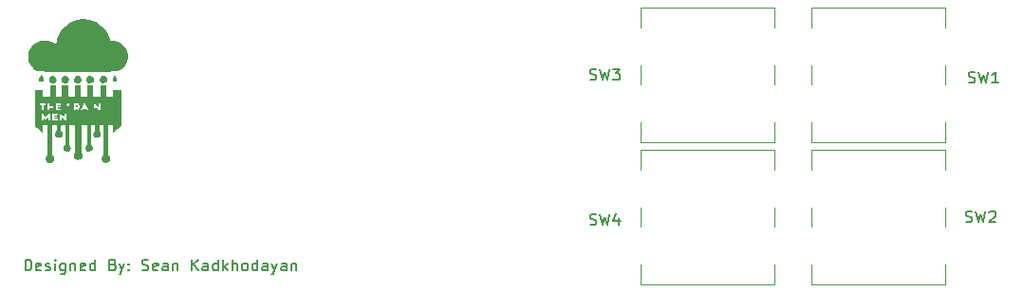
<source format=gbr>
%TF.GenerationSoftware,KiCad,Pcbnew,(6.0.9)*%
%TF.CreationDate,2023-11-02T17:09:57-06:00*%
%TF.ProjectId,MagicWand_Motherboard,4d616769-6357-4616-9e64-5f4d6f746865,rev?*%
%TF.SameCoordinates,Original*%
%TF.FileFunction,Legend,Top*%
%TF.FilePolarity,Positive*%
%FSLAX46Y46*%
G04 Gerber Fmt 4.6, Leading zero omitted, Abs format (unit mm)*
G04 Created by KiCad (PCBNEW (6.0.9)) date 2023-11-02 17:09:57*
%MOMM*%
%LPD*%
G01*
G04 APERTURE LIST*
%ADD10C,0.150000*%
%ADD11C,0.120000*%
G04 APERTURE END LIST*
D10*
X70200761Y-98242380D02*
X70200761Y-97242380D01*
X70438857Y-97242380D01*
X70581714Y-97290000D01*
X70676952Y-97385238D01*
X70724571Y-97480476D01*
X70772190Y-97670952D01*
X70772190Y-97813809D01*
X70724571Y-98004285D01*
X70676952Y-98099523D01*
X70581714Y-98194761D01*
X70438857Y-98242380D01*
X70200761Y-98242380D01*
X71581714Y-98194761D02*
X71486476Y-98242380D01*
X71295999Y-98242380D01*
X71200761Y-98194761D01*
X71153142Y-98099523D01*
X71153142Y-97718571D01*
X71200761Y-97623333D01*
X71295999Y-97575714D01*
X71486476Y-97575714D01*
X71581714Y-97623333D01*
X71629333Y-97718571D01*
X71629333Y-97813809D01*
X71153142Y-97909047D01*
X72010285Y-98194761D02*
X72105523Y-98242380D01*
X72295999Y-98242380D01*
X72391238Y-98194761D01*
X72438857Y-98099523D01*
X72438857Y-98051904D01*
X72391238Y-97956666D01*
X72295999Y-97909047D01*
X72153142Y-97909047D01*
X72057904Y-97861428D01*
X72010285Y-97766190D01*
X72010285Y-97718571D01*
X72057904Y-97623333D01*
X72153142Y-97575714D01*
X72295999Y-97575714D01*
X72391238Y-97623333D01*
X72867428Y-98242380D02*
X72867428Y-97575714D01*
X72867428Y-97242380D02*
X72819809Y-97290000D01*
X72867428Y-97337619D01*
X72915047Y-97290000D01*
X72867428Y-97242380D01*
X72867428Y-97337619D01*
X73772190Y-97575714D02*
X73772190Y-98385238D01*
X73724571Y-98480476D01*
X73676952Y-98528095D01*
X73581714Y-98575714D01*
X73438857Y-98575714D01*
X73343619Y-98528095D01*
X73772190Y-98194761D02*
X73676952Y-98242380D01*
X73486476Y-98242380D01*
X73391238Y-98194761D01*
X73343619Y-98147142D01*
X73295999Y-98051904D01*
X73295999Y-97766190D01*
X73343619Y-97670952D01*
X73391238Y-97623333D01*
X73486476Y-97575714D01*
X73676952Y-97575714D01*
X73772190Y-97623333D01*
X74248380Y-97575714D02*
X74248380Y-98242380D01*
X74248380Y-97670952D02*
X74295999Y-97623333D01*
X74391238Y-97575714D01*
X74534095Y-97575714D01*
X74629333Y-97623333D01*
X74676952Y-97718571D01*
X74676952Y-98242380D01*
X75534095Y-98194761D02*
X75438857Y-98242380D01*
X75248380Y-98242380D01*
X75153142Y-98194761D01*
X75105523Y-98099523D01*
X75105523Y-97718571D01*
X75153142Y-97623333D01*
X75248380Y-97575714D01*
X75438857Y-97575714D01*
X75534095Y-97623333D01*
X75581714Y-97718571D01*
X75581714Y-97813809D01*
X75105523Y-97909047D01*
X76438857Y-98242380D02*
X76438857Y-97242380D01*
X76438857Y-98194761D02*
X76343619Y-98242380D01*
X76153142Y-98242380D01*
X76057904Y-98194761D01*
X76010285Y-98147142D01*
X75962666Y-98051904D01*
X75962666Y-97766190D01*
X76010285Y-97670952D01*
X76057904Y-97623333D01*
X76153142Y-97575714D01*
X76343619Y-97575714D01*
X76438857Y-97623333D01*
X78010285Y-97718571D02*
X78153142Y-97766190D01*
X78200761Y-97813809D01*
X78248380Y-97909047D01*
X78248380Y-98051904D01*
X78200761Y-98147142D01*
X78153142Y-98194761D01*
X78057904Y-98242380D01*
X77676952Y-98242380D01*
X77676952Y-97242380D01*
X78010285Y-97242380D01*
X78105523Y-97290000D01*
X78153142Y-97337619D01*
X78200761Y-97432857D01*
X78200761Y-97528095D01*
X78153142Y-97623333D01*
X78105523Y-97670952D01*
X78010285Y-97718571D01*
X77676952Y-97718571D01*
X78581714Y-97575714D02*
X78819809Y-98242380D01*
X79057904Y-97575714D02*
X78819809Y-98242380D01*
X78724571Y-98480476D01*
X78676952Y-98528095D01*
X78581714Y-98575714D01*
X79438857Y-98147142D02*
X79486476Y-98194761D01*
X79438857Y-98242380D01*
X79391238Y-98194761D01*
X79438857Y-98147142D01*
X79438857Y-98242380D01*
X79438857Y-97623333D02*
X79486476Y-97670952D01*
X79438857Y-97718571D01*
X79391238Y-97670952D01*
X79438857Y-97623333D01*
X79438857Y-97718571D01*
X80629333Y-98194761D02*
X80772190Y-98242380D01*
X81010285Y-98242380D01*
X81105523Y-98194761D01*
X81153142Y-98147142D01*
X81200761Y-98051904D01*
X81200761Y-97956666D01*
X81153142Y-97861428D01*
X81105523Y-97813809D01*
X81010285Y-97766190D01*
X80819809Y-97718571D01*
X80724571Y-97670952D01*
X80676952Y-97623333D01*
X80629333Y-97528095D01*
X80629333Y-97432857D01*
X80676952Y-97337619D01*
X80724571Y-97290000D01*
X80819809Y-97242380D01*
X81057904Y-97242380D01*
X81200761Y-97290000D01*
X82010285Y-98194761D02*
X81915047Y-98242380D01*
X81724571Y-98242380D01*
X81629333Y-98194761D01*
X81581714Y-98099523D01*
X81581714Y-97718571D01*
X81629333Y-97623333D01*
X81724571Y-97575714D01*
X81915047Y-97575714D01*
X82010285Y-97623333D01*
X82057904Y-97718571D01*
X82057904Y-97813809D01*
X81581714Y-97909047D01*
X82915047Y-98242380D02*
X82915047Y-97718571D01*
X82867428Y-97623333D01*
X82772190Y-97575714D01*
X82581714Y-97575714D01*
X82486476Y-97623333D01*
X82915047Y-98194761D02*
X82819809Y-98242380D01*
X82581714Y-98242380D01*
X82486476Y-98194761D01*
X82438857Y-98099523D01*
X82438857Y-98004285D01*
X82486476Y-97909047D01*
X82581714Y-97861428D01*
X82819809Y-97861428D01*
X82915047Y-97813809D01*
X83391238Y-97575714D02*
X83391238Y-98242380D01*
X83391238Y-97670952D02*
X83438857Y-97623333D01*
X83534095Y-97575714D01*
X83676952Y-97575714D01*
X83772190Y-97623333D01*
X83819809Y-97718571D01*
X83819809Y-98242380D01*
X85057904Y-98242380D02*
X85057904Y-97242380D01*
X85629333Y-98242380D02*
X85200761Y-97670952D01*
X85629333Y-97242380D02*
X85057904Y-97813809D01*
X86486476Y-98242380D02*
X86486476Y-97718571D01*
X86438857Y-97623333D01*
X86343619Y-97575714D01*
X86153142Y-97575714D01*
X86057904Y-97623333D01*
X86486476Y-98194761D02*
X86391238Y-98242380D01*
X86153142Y-98242380D01*
X86057904Y-98194761D01*
X86010285Y-98099523D01*
X86010285Y-98004285D01*
X86057904Y-97909047D01*
X86153142Y-97861428D01*
X86391238Y-97861428D01*
X86486476Y-97813809D01*
X87391238Y-98242380D02*
X87391238Y-97242380D01*
X87391238Y-98194761D02*
X87295999Y-98242380D01*
X87105523Y-98242380D01*
X87010285Y-98194761D01*
X86962666Y-98147142D01*
X86915047Y-98051904D01*
X86915047Y-97766190D01*
X86962666Y-97670952D01*
X87010285Y-97623333D01*
X87105523Y-97575714D01*
X87295999Y-97575714D01*
X87391238Y-97623333D01*
X87867428Y-98242380D02*
X87867428Y-97242380D01*
X87962666Y-97861428D02*
X88248380Y-98242380D01*
X88248380Y-97575714D02*
X87867428Y-97956666D01*
X88676952Y-98242380D02*
X88676952Y-97242380D01*
X89105523Y-98242380D02*
X89105523Y-97718571D01*
X89057904Y-97623333D01*
X88962666Y-97575714D01*
X88819809Y-97575714D01*
X88724571Y-97623333D01*
X88676952Y-97670952D01*
X89724571Y-98242380D02*
X89629333Y-98194761D01*
X89581714Y-98147142D01*
X89534095Y-98051904D01*
X89534095Y-97766190D01*
X89581714Y-97670952D01*
X89629333Y-97623333D01*
X89724571Y-97575714D01*
X89867428Y-97575714D01*
X89962666Y-97623333D01*
X90010285Y-97670952D01*
X90057904Y-97766190D01*
X90057904Y-98051904D01*
X90010285Y-98147142D01*
X89962666Y-98194761D01*
X89867428Y-98242380D01*
X89724571Y-98242380D01*
X90915047Y-98242380D02*
X90915047Y-97242380D01*
X90915047Y-98194761D02*
X90819809Y-98242380D01*
X90629333Y-98242380D01*
X90534095Y-98194761D01*
X90486476Y-98147142D01*
X90438857Y-98051904D01*
X90438857Y-97766190D01*
X90486476Y-97670952D01*
X90534095Y-97623333D01*
X90629333Y-97575714D01*
X90819809Y-97575714D01*
X90915047Y-97623333D01*
X91819809Y-98242380D02*
X91819809Y-97718571D01*
X91772190Y-97623333D01*
X91676952Y-97575714D01*
X91486476Y-97575714D01*
X91391238Y-97623333D01*
X91819809Y-98194761D02*
X91724571Y-98242380D01*
X91486476Y-98242380D01*
X91391238Y-98194761D01*
X91343619Y-98099523D01*
X91343619Y-98004285D01*
X91391238Y-97909047D01*
X91486476Y-97861428D01*
X91724571Y-97861428D01*
X91819809Y-97813809D01*
X92200761Y-97575714D02*
X92438857Y-98242380D01*
X92676952Y-97575714D02*
X92438857Y-98242380D01*
X92343619Y-98480476D01*
X92295999Y-98528095D01*
X92200761Y-98575714D01*
X93486476Y-98242380D02*
X93486476Y-97718571D01*
X93438857Y-97623333D01*
X93343619Y-97575714D01*
X93153142Y-97575714D01*
X93057904Y-97623333D01*
X93486476Y-98194761D02*
X93391238Y-98242380D01*
X93153142Y-98242380D01*
X93057904Y-98194761D01*
X93010285Y-98099523D01*
X93010285Y-98004285D01*
X93057904Y-97909047D01*
X93153142Y-97861428D01*
X93391238Y-97861428D01*
X93486476Y-97813809D01*
X93962666Y-97575714D02*
X93962666Y-98242380D01*
X93962666Y-97670952D02*
X94010285Y-97623333D01*
X94105523Y-97575714D01*
X94248380Y-97575714D01*
X94343619Y-97623333D01*
X94391238Y-97718571D01*
X94391238Y-98242380D01*
%TO.C,SW2*%
X154114666Y-93876761D02*
X154257523Y-93924380D01*
X154495619Y-93924380D01*
X154590857Y-93876761D01*
X154638476Y-93829142D01*
X154686095Y-93733904D01*
X154686095Y-93638666D01*
X154638476Y-93543428D01*
X154590857Y-93495809D01*
X154495619Y-93448190D01*
X154305142Y-93400571D01*
X154209904Y-93352952D01*
X154162285Y-93305333D01*
X154114666Y-93210095D01*
X154114666Y-93114857D01*
X154162285Y-93019619D01*
X154209904Y-92972000D01*
X154305142Y-92924380D01*
X154543238Y-92924380D01*
X154686095Y-92972000D01*
X155019428Y-92924380D02*
X155257523Y-93924380D01*
X155448000Y-93210095D01*
X155638476Y-93924380D01*
X155876571Y-92924380D01*
X156209904Y-93019619D02*
X156257523Y-92972000D01*
X156352761Y-92924380D01*
X156590857Y-92924380D01*
X156686095Y-92972000D01*
X156733714Y-93019619D01*
X156781333Y-93114857D01*
X156781333Y-93210095D01*
X156733714Y-93352952D01*
X156162285Y-93924380D01*
X156781333Y-93924380D01*
%TO.C,SW3*%
X120586666Y-81176761D02*
X120729523Y-81224380D01*
X120967619Y-81224380D01*
X121062857Y-81176761D01*
X121110476Y-81129142D01*
X121158095Y-81033904D01*
X121158095Y-80938666D01*
X121110476Y-80843428D01*
X121062857Y-80795809D01*
X120967619Y-80748190D01*
X120777142Y-80700571D01*
X120681904Y-80652952D01*
X120634285Y-80605333D01*
X120586666Y-80510095D01*
X120586666Y-80414857D01*
X120634285Y-80319619D01*
X120681904Y-80272000D01*
X120777142Y-80224380D01*
X121015238Y-80224380D01*
X121158095Y-80272000D01*
X121491428Y-80224380D02*
X121729523Y-81224380D01*
X121920000Y-80510095D01*
X122110476Y-81224380D01*
X122348571Y-80224380D01*
X122634285Y-80224380D02*
X123253333Y-80224380D01*
X122920000Y-80605333D01*
X123062857Y-80605333D01*
X123158095Y-80652952D01*
X123205714Y-80700571D01*
X123253333Y-80795809D01*
X123253333Y-81033904D01*
X123205714Y-81129142D01*
X123158095Y-81176761D01*
X123062857Y-81224380D01*
X122777142Y-81224380D01*
X122681904Y-81176761D01*
X122634285Y-81129142D01*
%TO.C,SW1*%
X154368666Y-81430761D02*
X154511523Y-81478380D01*
X154749619Y-81478380D01*
X154844857Y-81430761D01*
X154892476Y-81383142D01*
X154940095Y-81287904D01*
X154940095Y-81192666D01*
X154892476Y-81097428D01*
X154844857Y-81049809D01*
X154749619Y-81002190D01*
X154559142Y-80954571D01*
X154463904Y-80906952D01*
X154416285Y-80859333D01*
X154368666Y-80764095D01*
X154368666Y-80668857D01*
X154416285Y-80573619D01*
X154463904Y-80526000D01*
X154559142Y-80478380D01*
X154797238Y-80478380D01*
X154940095Y-80526000D01*
X155273428Y-80478380D02*
X155511523Y-81478380D01*
X155702000Y-80764095D01*
X155892476Y-81478380D01*
X156130571Y-80478380D01*
X157035333Y-81478380D02*
X156463904Y-81478380D01*
X156749619Y-81478380D02*
X156749619Y-80478380D01*
X156654380Y-80621238D01*
X156559142Y-80716476D01*
X156463904Y-80764095D01*
%TO.C,SW4*%
X120586666Y-94130761D02*
X120729523Y-94178380D01*
X120967619Y-94178380D01*
X121062857Y-94130761D01*
X121110476Y-94083142D01*
X121158095Y-93987904D01*
X121158095Y-93892666D01*
X121110476Y-93797428D01*
X121062857Y-93749809D01*
X120967619Y-93702190D01*
X120777142Y-93654571D01*
X120681904Y-93606952D01*
X120634285Y-93559333D01*
X120586666Y-93464095D01*
X120586666Y-93368857D01*
X120634285Y-93273619D01*
X120681904Y-93226000D01*
X120777142Y-93178380D01*
X121015238Y-93178380D01*
X121158095Y-93226000D01*
X121491428Y-93178380D02*
X121729523Y-94178380D01*
X121920000Y-93464095D01*
X122110476Y-94178380D01*
X122348571Y-93178380D01*
X123158095Y-93511714D02*
X123158095Y-94178380D01*
X122920000Y-93130761D02*
X122681904Y-93845047D01*
X123300952Y-93845047D01*
D11*
%TO.C,SW2*%
X152304000Y-93472000D02*
X152304000Y-94302000D01*
X140304000Y-93472000D02*
X140304000Y-92642000D01*
X140304000Y-87472000D02*
X140304000Y-89222000D01*
X140304000Y-93472000D02*
X140304000Y-94302000D01*
X152304000Y-99472000D02*
X152304000Y-97722000D01*
X152304000Y-87472000D02*
X140304000Y-87472000D01*
X140304000Y-99472000D02*
X140304000Y-97722000D01*
X152304000Y-99472000D02*
X140304000Y-99472000D01*
X152304000Y-87472000D02*
X152304000Y-89222000D01*
X152304000Y-93472000D02*
X152304000Y-92642000D01*
%TO.C,G\u002A\u002A\u002A*%
G36*
X75596824Y-75804705D02*
G01*
X75757134Y-75815635D01*
X75900435Y-75835953D01*
X76037539Y-75867419D01*
X76179258Y-75911793D01*
X76254614Y-75939141D01*
X76532123Y-76063744D01*
X76789808Y-76220151D01*
X77025093Y-76405626D01*
X77235402Y-76617431D01*
X77418159Y-76852829D01*
X77570788Y-77109085D01*
X77690714Y-77383460D01*
X77732513Y-77509408D01*
X77788232Y-77694692D01*
X77976573Y-77697230D01*
X78209918Y-77719024D01*
X78430365Y-77776890D01*
X78635332Y-77869208D01*
X78822237Y-77994360D01*
X78988500Y-78150726D01*
X79131537Y-78336688D01*
X79209775Y-78470629D01*
X79298827Y-78682755D01*
X79351558Y-78904388D01*
X79367989Y-79130674D01*
X79348140Y-79356755D01*
X79292030Y-79577776D01*
X79204313Y-79780229D01*
X79088326Y-79961668D01*
X78946541Y-80121497D01*
X78783988Y-80255937D01*
X78605692Y-80361211D01*
X78416680Y-80433541D01*
X78300384Y-80459527D01*
X78267755Y-80461676D01*
X78198688Y-80463681D01*
X78095663Y-80465541D01*
X77961159Y-80467258D01*
X77797655Y-80468831D01*
X77607632Y-80470260D01*
X77393568Y-80471546D01*
X77157943Y-80472688D01*
X76903237Y-80473688D01*
X76631929Y-80474546D01*
X76346498Y-80475260D01*
X76049424Y-80475833D01*
X75743186Y-80476263D01*
X75430265Y-80476552D01*
X75113138Y-80476698D01*
X74794287Y-80476704D01*
X74476190Y-80476568D01*
X74161326Y-80476291D01*
X73852176Y-80475873D01*
X73551219Y-80475315D01*
X73260933Y-80474616D01*
X72983799Y-80473778D01*
X72722297Y-80472799D01*
X72478905Y-80471680D01*
X72256103Y-80470422D01*
X72056370Y-80469024D01*
X71882187Y-80467488D01*
X71736032Y-80465812D01*
X71620385Y-80463998D01*
X71537725Y-80462045D01*
X71490532Y-80459954D01*
X71481461Y-80458954D01*
X71289470Y-80400993D01*
X71107766Y-80308210D01*
X70940307Y-80184345D01*
X70791048Y-80033136D01*
X70663949Y-79858323D01*
X70562965Y-79663645D01*
X70520445Y-79550846D01*
X70484942Y-79401787D01*
X70466676Y-79231424D01*
X70465824Y-79053609D01*
X70482563Y-78882194D01*
X70510232Y-78753693D01*
X70593898Y-78528650D01*
X70709228Y-78325904D01*
X70854774Y-78147182D01*
X71029090Y-77994212D01*
X71230728Y-77868720D01*
X71266538Y-77850768D01*
X71407258Y-77786788D01*
X71530027Y-77742516D01*
X71648591Y-77714808D01*
X71776697Y-77700518D01*
X71928089Y-77696501D01*
X71940615Y-77696526D01*
X72085720Y-77700146D01*
X72201040Y-77710451D01*
X72295433Y-77728304D01*
X72311846Y-77732652D01*
X72438474Y-77775443D01*
X72575014Y-77834220D01*
X72707082Y-77901995D01*
X72820295Y-77971777D01*
X72853312Y-77995772D01*
X72955163Y-78073993D01*
X72964770Y-78011343D01*
X73005610Y-77775766D01*
X73052252Y-77571028D01*
X73107579Y-77388997D01*
X73174476Y-77221543D01*
X73255826Y-77060536D01*
X73354514Y-76897846D01*
X73365970Y-76880381D01*
X73546786Y-76641534D01*
X73756274Y-76428730D01*
X73993286Y-76242759D01*
X74256675Y-76084407D01*
X74545294Y-75954465D01*
X74857996Y-75853719D01*
X74861615Y-75852763D01*
X74937012Y-75833807D01*
X75003148Y-75820137D01*
X75069010Y-75810909D01*
X75143581Y-75805279D01*
X75235847Y-75802405D01*
X75354793Y-75801442D01*
X75408692Y-75801401D01*
X75596824Y-75804705D01*
G37*
G36*
X78203323Y-80771153D02*
G01*
X78232017Y-80811863D01*
X78267700Y-80871968D01*
X78306029Y-80943267D01*
X78342663Y-81017559D01*
X78373260Y-81086644D01*
X78393479Y-81142319D01*
X78397345Y-81157332D01*
X78395141Y-81233817D01*
X78358704Y-81302372D01*
X78292875Y-81355204D01*
X78266806Y-81367352D01*
X78204777Y-81389198D01*
X78160628Y-81394248D01*
X78117544Y-81383688D01*
X78105000Y-81378760D01*
X78039068Y-81331687D01*
X77996035Y-81257738D01*
X77984103Y-81207557D01*
X77982250Y-81166740D01*
X77990062Y-81123340D01*
X78010487Y-81068381D01*
X78046472Y-80992887D01*
X78069122Y-80948676D01*
X78110313Y-80872370D01*
X78146940Y-80810139D01*
X78174331Y-80769603D01*
X78185958Y-80758039D01*
X78203323Y-80771153D01*
G37*
G36*
X74955323Y-80845024D02*
G01*
X75048209Y-80880531D01*
X75127376Y-80941244D01*
X75186394Y-81024166D01*
X75218833Y-81126302D01*
X75223077Y-81182650D01*
X75204591Y-81284974D01*
X75153211Y-81376853D01*
X75075052Y-81450144D01*
X74990584Y-81492264D01*
X74898304Y-81512096D01*
X74812438Y-81503133D01*
X74742451Y-81477232D01*
X74652634Y-81417068D01*
X74592977Y-81332211D01*
X74564003Y-81223437D01*
X74562767Y-81210711D01*
X74566928Y-81088255D01*
X74601255Y-80988981D01*
X74658654Y-80919692D01*
X74754116Y-80861608D01*
X74855149Y-80837718D01*
X74955323Y-80845024D01*
G37*
G36*
X71652449Y-80777197D02*
G01*
X71682101Y-80823021D01*
X71720242Y-80888212D01*
X71748334Y-80939203D01*
X71807217Y-81063063D01*
X71836830Y-81163617D01*
X71836945Y-81243700D01*
X71807337Y-81306148D01*
X71747779Y-81353797D01*
X71713997Y-81369987D01*
X71641898Y-81392779D01*
X71582638Y-81390503D01*
X71525914Y-81366774D01*
X71464843Y-81317280D01*
X71434149Y-81250375D01*
X71433828Y-81164268D01*
X71463879Y-81057168D01*
X71524298Y-80927285D01*
X71525203Y-80925590D01*
X71565727Y-80853482D01*
X71601110Y-80797331D01*
X71626673Y-80764193D01*
X71636043Y-80758399D01*
X71652449Y-80777197D01*
G37*
G36*
X76112458Y-80856737D02*
G01*
X76195266Y-80903406D01*
X76261639Y-80970436D01*
X76308432Y-81052031D01*
X76332502Y-81142396D01*
X76330704Y-81235734D01*
X76299893Y-81326249D01*
X76236926Y-81408145D01*
X76221588Y-81421815D01*
X76126337Y-81480260D01*
X76020770Y-81508690D01*
X75915571Y-81505184D01*
X75857713Y-81487233D01*
X75779163Y-81435018D01*
X75713251Y-81358362D01*
X75670582Y-81270929D01*
X75662319Y-81235474D01*
X75662219Y-81118362D01*
X75696164Y-81014487D01*
X75760670Y-80929300D01*
X75852253Y-80868250D01*
X75910115Y-80847668D01*
X76016360Y-80836226D01*
X76112458Y-80856737D01*
G37*
G36*
X74832194Y-83457767D02*
G01*
X74882977Y-83484068D01*
X74903383Y-83520919D01*
X74907087Y-83563902D01*
X74887511Y-83591284D01*
X74838333Y-83608931D01*
X74800966Y-83615887D01*
X74749920Y-83622174D01*
X74724686Y-83614686D01*
X74712617Y-83586570D01*
X74708158Y-83565599D01*
X74697501Y-83501159D01*
X74700263Y-83465915D01*
X74719428Y-83451402D01*
X74749269Y-83449036D01*
X74832194Y-83457767D01*
G37*
G36*
X71058794Y-84166510D02*
G01*
X71057797Y-83928494D01*
X74558769Y-83928494D01*
X74637335Y-83921002D01*
X74643286Y-83920051D01*
X75965538Y-83920051D01*
X75994041Y-83917692D01*
X76317231Y-83917692D01*
X76454000Y-83917692D01*
X76454000Y-83761384D01*
X76455859Y-83688797D01*
X76460799Y-83634137D01*
X76467866Y-83606647D01*
X76470150Y-83605077D01*
X76489488Y-83618289D01*
X76529599Y-83654122D01*
X76584336Y-83706866D01*
X76638410Y-83761384D01*
X76711011Y-83833781D01*
X76764369Y-83880873D01*
X76804503Y-83907172D01*
X76837431Y-83917188D01*
X76846953Y-83917692D01*
X76903384Y-83917692D01*
X76903384Y-83309641D01*
X76756846Y-83321769D01*
X76747077Y-83473815D01*
X76737308Y-83625862D01*
X76581458Y-83468931D01*
X76506049Y-83395425D01*
X76450329Y-83347565D01*
X76408726Y-83321186D01*
X76375665Y-83312124D01*
X76371420Y-83312000D01*
X76317231Y-83312000D01*
X76317231Y-83917692D01*
X75994041Y-83917692D01*
X76038808Y-83913987D01*
X76112077Y-83907923D01*
X76112077Y-83321769D01*
X76038808Y-83315705D01*
X75965538Y-83309641D01*
X75965538Y-83920051D01*
X74643286Y-83920051D01*
X74688143Y-83912882D01*
X74709767Y-83897297D01*
X74712450Y-83871639D01*
X74712835Y-83800812D01*
X74728435Y-83765933D01*
X74758975Y-83767073D01*
X74804175Y-83804306D01*
X74834657Y-83839538D01*
X74878115Y-83887789D01*
X74916200Y-83911008D01*
X74963743Y-83917614D01*
X74972347Y-83917692D01*
X75148346Y-83917692D01*
X75232440Y-83917692D01*
X75286735Y-83914677D01*
X75314489Y-83901461D01*
X75328034Y-83871793D01*
X75328792Y-83868846D01*
X75337529Y-83843684D01*
X75354035Y-83829081D01*
X75387392Y-83822177D01*
X75446683Y-83820112D01*
X75483917Y-83820000D01*
X75558560Y-83821064D01*
X75604138Y-83826182D01*
X75630646Y-83838243D01*
X75648079Y-83860136D01*
X75652923Y-83868846D01*
X75680232Y-83902887D01*
X75722324Y-83916349D01*
X75753917Y-83917692D01*
X75801737Y-83914303D01*
X75827627Y-83905880D01*
X75829116Y-83903038D01*
X75821049Y-83881398D01*
X75798518Y-83830912D01*
X75764390Y-83757757D01*
X75721532Y-83668112D01*
X75688526Y-83600192D01*
X75636130Y-83493602D01*
X75597218Y-83417172D01*
X75568254Y-83365892D01*
X75545699Y-83334748D01*
X75526015Y-83318727D01*
X75505664Y-83312818D01*
X75485116Y-83312000D01*
X75438797Y-83318896D01*
X75412695Y-83335574D01*
X75412298Y-83336423D01*
X75400950Y-83361927D01*
X75376439Y-83416248D01*
X75341815Y-83492649D01*
X75300129Y-83584390D01*
X75275150Y-83639269D01*
X75148346Y-83917692D01*
X74972347Y-83917692D01*
X75020078Y-83914227D01*
X75045793Y-83905614D01*
X75047231Y-83902689D01*
X75037102Y-83878787D01*
X75011509Y-83835769D01*
X74996850Y-83813544D01*
X74946469Y-83739402D01*
X74996850Y-83692711D01*
X75035440Y-83632581D01*
X75048868Y-83556114D01*
X75039135Y-83475061D01*
X75008243Y-83401175D01*
X74958194Y-83346210D01*
X74935621Y-83333203D01*
X74894736Y-83323315D01*
X74827490Y-83315888D01*
X74746582Y-83312193D01*
X74723927Y-83312000D01*
X74558769Y-83312000D01*
X74558769Y-83928494D01*
X71057797Y-83928494D01*
X71057650Y-83893415D01*
X71057053Y-83727187D01*
X71055865Y-83380384D01*
X71530308Y-83380384D01*
X71532184Y-83422403D01*
X71544905Y-83442300D01*
X71579104Y-83448347D01*
X71618231Y-83448769D01*
X71706154Y-83448769D01*
X71706154Y-83917692D01*
X71862461Y-83917692D01*
X72175077Y-83917692D01*
X72331384Y-83917692D01*
X72331384Y-83681366D01*
X72453500Y-83687183D01*
X72575615Y-83693000D01*
X72587335Y-83917692D01*
X72722154Y-83917692D01*
X72722154Y-83336423D01*
X72937009Y-83336423D01*
X72937033Y-83360233D01*
X72937053Y-83415768D01*
X72937068Y-83495678D01*
X72937076Y-83592612D01*
X72937077Y-83634384D01*
X72937077Y-83917692D01*
X73406000Y-83917692D01*
X73406000Y-83780923D01*
X73249692Y-83780923D01*
X73172170Y-83780402D01*
X73125751Y-83777180D01*
X73102463Y-83768764D01*
X73094333Y-83752662D01*
X73093384Y-83732077D01*
X73095639Y-83705727D01*
X73108315Y-83691102D01*
X73140280Y-83684758D01*
X73200401Y-83683254D01*
X73219231Y-83683231D01*
X73285352Y-83681108D01*
X73334208Y-83675565D01*
X73354204Y-83668465D01*
X73357590Y-83640141D01*
X73353079Y-83600081D01*
X73345736Y-83571869D01*
X73331076Y-83555832D01*
X73299826Y-83548535D01*
X73242716Y-83546542D01*
X73208337Y-83546461D01*
X73134046Y-83544784D01*
X73092377Y-83537429D01*
X73076938Y-83520917D01*
X73081336Y-83491765D01*
X73085706Y-83479675D01*
X73100055Y-83463487D01*
X73132861Y-83453907D01*
X73191748Y-83449515D01*
X73251783Y-83448769D01*
X73406000Y-83448769D01*
X73406000Y-83370615D01*
X73913448Y-83370615D01*
X73916598Y-83446950D01*
X73948440Y-83499649D01*
X74006259Y-83525110D01*
X74031231Y-83526923D01*
X74083484Y-83516498D01*
X74117758Y-83496220D01*
X74143792Y-83445296D01*
X74144368Y-83380694D01*
X74119460Y-83318404D01*
X74118046Y-83316347D01*
X74109466Y-83309641D01*
X74073583Y-83281594D01*
X74018478Y-83275178D01*
X73965065Y-83293827D01*
X73925676Y-83334269D01*
X73913448Y-83370615D01*
X73406000Y-83370615D01*
X73406000Y-83310797D01*
X73171470Y-83316283D01*
X73080950Y-83319543D01*
X73006670Y-83324392D01*
X72956178Y-83330183D01*
X72937021Y-83336268D01*
X72937009Y-83336423D01*
X72722154Y-83336423D01*
X72722154Y-83312000D01*
X72585384Y-83312000D01*
X72585384Y-83546461D01*
X72331384Y-83546461D01*
X72331384Y-83312000D01*
X72175077Y-83312000D01*
X72175077Y-83917692D01*
X71862461Y-83917692D01*
X71862461Y-83448769D01*
X71950384Y-83448769D01*
X72004408Y-83447309D01*
X72029990Y-83437415D01*
X72037765Y-83410816D01*
X72038308Y-83380384D01*
X72038308Y-83312000D01*
X71530308Y-83312000D01*
X71530308Y-83380384D01*
X71055865Y-83380384D01*
X71051615Y-82139682D01*
X71417961Y-82139687D01*
X71784308Y-82139692D01*
X71784523Y-82349731D01*
X71785748Y-82445102D01*
X71788877Y-82533693D01*
X71793383Y-82603357D01*
X71796848Y-82633038D01*
X71808959Y-82706308D01*
X72429077Y-82706308D01*
X72429077Y-81690308D01*
X72938321Y-81690308D01*
X72926507Y-82121899D01*
X72923596Y-82252831D01*
X72922132Y-82374974D01*
X72922102Y-82481379D01*
X72923490Y-82565094D01*
X72926281Y-82619168D01*
X72927602Y-82629899D01*
X72940512Y-82706308D01*
X73484154Y-82706308D01*
X73484154Y-81690308D01*
X74011692Y-81690308D01*
X74011692Y-82706308D01*
X74656461Y-82706308D01*
X74656461Y-81690308D01*
X75184000Y-81690308D01*
X75184000Y-82706308D01*
X75462423Y-82706324D01*
X75740846Y-82706341D01*
X75735036Y-82198324D01*
X75729226Y-81690308D01*
X76239077Y-81690308D01*
X76239077Y-82706308D01*
X76595654Y-82706321D01*
X76952231Y-82706335D01*
X76946713Y-82198321D01*
X76941196Y-81690308D01*
X77450461Y-81690308D01*
X77450461Y-82706308D01*
X78036615Y-82706308D01*
X78036615Y-82139692D01*
X78779946Y-82139692D01*
X78777600Y-83688115D01*
X78777062Y-83931358D01*
X78776219Y-84163761D01*
X78775103Y-84382293D01*
X78773744Y-84583925D01*
X78772173Y-84765625D01*
X78770420Y-84924362D01*
X78768517Y-85057104D01*
X78766494Y-85160822D01*
X78764381Y-85232485D01*
X78762210Y-85269060D01*
X78761516Y-85272839D01*
X78743641Y-85295724D01*
X78700800Y-85340551D01*
X78637182Y-85403243D01*
X78556977Y-85479722D01*
X78464375Y-85565913D01*
X78397082Y-85627428D01*
X78046384Y-85945718D01*
X78035734Y-85246308D01*
X77626308Y-85246308D01*
X77626308Y-87907096D01*
X77692382Y-87984289D01*
X77737463Y-88048819D01*
X77773336Y-88120605D01*
X77782291Y-88146612D01*
X77795108Y-88256786D01*
X77774275Y-88360038D01*
X77725128Y-88452121D01*
X77653003Y-88528787D01*
X77563236Y-88585791D01*
X77461162Y-88618887D01*
X77352117Y-88623826D01*
X77241436Y-88596364D01*
X77225769Y-88589533D01*
X77125997Y-88524289D01*
X77054946Y-88437975D01*
X77013783Y-88337234D01*
X77003677Y-88228705D01*
X77025796Y-88119032D01*
X77081308Y-88014854D01*
X77117129Y-87971923D01*
X77172585Y-87913308D01*
X77179638Y-86584692D01*
X77186692Y-85256077D01*
X76996192Y-85250485D01*
X76805692Y-85244892D01*
X76805692Y-85506341D01*
X76806126Y-85612917D01*
X76808091Y-85687520D01*
X76812580Y-85737251D01*
X76820586Y-85769211D01*
X76833102Y-85790500D01*
X76847466Y-85805010D01*
X76900524Y-85875711D01*
X76932935Y-85967032D01*
X76942185Y-86064974D01*
X76925757Y-86155542D01*
X76914898Y-86180239D01*
X76847169Y-86269846D01*
X76754238Y-86336227D01*
X76645903Y-86373530D01*
X76581157Y-86379538D01*
X76491527Y-86362117D01*
X76404098Y-86315303D01*
X76331828Y-86247271D01*
X76303607Y-86204473D01*
X76264489Y-86095695D01*
X76264146Y-85991457D01*
X76302440Y-85892730D01*
X76358114Y-85821134D01*
X76416140Y-85760961D01*
X76405154Y-85256077D01*
X76243961Y-85250402D01*
X76082769Y-85244727D01*
X76082668Y-85924479D01*
X76082289Y-86093364D01*
X76081262Y-86258162D01*
X76079672Y-86412672D01*
X76077608Y-86550692D01*
X76075156Y-86666021D01*
X76072403Y-86752457D01*
X76070517Y-86789846D01*
X76058467Y-86975461D01*
X76120942Y-87043846D01*
X76196182Y-87145532D01*
X76232907Y-87244717D01*
X76231436Y-87343243D01*
X76192088Y-87442956D01*
X76190507Y-87445676D01*
X76124693Y-87523991D01*
X76038982Y-87577423D01*
X75941792Y-87605315D01*
X75841542Y-87607010D01*
X75746651Y-87581853D01*
X75665537Y-87529187D01*
X75630605Y-87489327D01*
X75582099Y-87389585D01*
X75568063Y-87281591D01*
X75587976Y-87174486D01*
X75641312Y-87077411D01*
X75655118Y-87060926D01*
X75711935Y-86997286D01*
X75706852Y-86126681D01*
X75701769Y-85256077D01*
X75452654Y-85250608D01*
X75203538Y-85245140D01*
X75203538Y-86434935D01*
X75203568Y-86680160D01*
X75203722Y-86889324D01*
X75204097Y-87065442D01*
X75204788Y-87211530D01*
X75205892Y-87330602D01*
X75207505Y-87425676D01*
X75209724Y-87499765D01*
X75212644Y-87555886D01*
X75216363Y-87597055D01*
X75220976Y-87626286D01*
X75226580Y-87646595D01*
X75233270Y-87660998D01*
X75241144Y-87672510D01*
X75243135Y-87675069D01*
X75307022Y-87785846D01*
X75338038Y-87909269D01*
X75340308Y-87952384D01*
X75323261Y-88069062D01*
X75276148Y-88168550D01*
X75205006Y-88248605D01*
X75115874Y-88306983D01*
X75014790Y-88341441D01*
X74907794Y-88349736D01*
X74800924Y-88329623D01*
X74700218Y-88278860D01*
X74629696Y-88216395D01*
X74562741Y-88116227D01*
X74527575Y-88004424D01*
X74524536Y-87889294D01*
X74553961Y-87779150D01*
X74608366Y-87691286D01*
X74656461Y-87634128D01*
X74656461Y-85245173D01*
X74397577Y-85250625D01*
X74138692Y-85256077D01*
X74128514Y-86988043D01*
X74191008Y-87075064D01*
X74233903Y-87146776D01*
X74255426Y-87220402D01*
X74261362Y-87273927D01*
X74263571Y-87342681D01*
X74254889Y-87391227D01*
X74230274Y-87437997D01*
X74207630Y-87470311D01*
X74131391Y-87549951D01*
X74041492Y-87594968D01*
X73932522Y-87607738D01*
X73899112Y-87605964D01*
X73788409Y-87579931D01*
X73700377Y-87524236D01*
X73638810Y-87442436D01*
X73607501Y-87338090D01*
X73606725Y-87331703D01*
X73609908Y-87219692D01*
X73644485Y-87123315D01*
X73701771Y-87054346D01*
X73760473Y-87004952D01*
X73763967Y-86130514D01*
X73767461Y-85256077D01*
X73415769Y-85256077D01*
X73410289Y-85506819D01*
X73404808Y-85757561D01*
X73463138Y-85823995D01*
X73505974Y-85884370D01*
X73538873Y-85950555D01*
X73543748Y-85964794D01*
X73554502Y-86063099D01*
X73531373Y-86157725D01*
X73479485Y-86242660D01*
X73403963Y-86311893D01*
X73309930Y-86359411D01*
X73202511Y-86379203D01*
X73190332Y-86379429D01*
X73127693Y-86366729D01*
X73053558Y-86333948D01*
X72983270Y-86289403D01*
X72932174Y-86241414D01*
X72929717Y-86238147D01*
X72896701Y-86168187D01*
X72881858Y-86082106D01*
X72884011Y-85990625D01*
X72901981Y-85904467D01*
X72934593Y-85834351D01*
X72978700Y-85792021D01*
X72993514Y-85780643D01*
X73003711Y-85760773D01*
X73010134Y-85725869D01*
X73013627Y-85669386D01*
X73015035Y-85584782D01*
X73015231Y-85508682D01*
X73015231Y-85244892D01*
X72824731Y-85250485D01*
X72634231Y-85256077D01*
X72624187Y-87906775D01*
X72689572Y-87983163D01*
X72761051Y-88090626D01*
X72793852Y-88200381D01*
X72787823Y-88311611D01*
X72763040Y-88384249D01*
X72697032Y-88487471D01*
X72605793Y-88560935D01*
X72518338Y-88597660D01*
X72446130Y-88617056D01*
X72393677Y-88623286D01*
X72344194Y-88617038D01*
X72304977Y-88606403D01*
X72210079Y-88561704D01*
X72126575Y-88492872D01*
X72078426Y-88428752D01*
X72047076Y-88340717D01*
X72038781Y-88239088D01*
X72051859Y-88135729D01*
X72084631Y-88042503D01*
X72135415Y-87971275D01*
X72144341Y-87963339D01*
X72150374Y-87955185D01*
X72155574Y-87939657D01*
X72160000Y-87914048D01*
X72163713Y-87875651D01*
X72166774Y-87821757D01*
X72169244Y-87749659D01*
X72171183Y-87656649D01*
X72172652Y-87540019D01*
X72173711Y-87397062D01*
X72174423Y-87225069D01*
X72174846Y-87021334D01*
X72175042Y-86783148D01*
X72175077Y-86592069D01*
X72175077Y-85246308D01*
X71785189Y-85246308D01*
X71779864Y-85598697D01*
X71774538Y-85951087D01*
X71637769Y-85830286D01*
X71567670Y-85767786D01*
X71480479Y-85689185D01*
X71387761Y-85604949D01*
X71308235Y-85532125D01*
X71234696Y-85464775D01*
X71169906Y-85406017D01*
X71120107Y-85361471D01*
X71091538Y-85336753D01*
X71088980Y-85334729D01*
X71084063Y-85325329D01*
X71079717Y-85303486D01*
X71075898Y-85266895D01*
X71072559Y-85213250D01*
X71069655Y-85140245D01*
X71067140Y-85045573D01*
X71064968Y-84926929D01*
X71063093Y-84782007D01*
X71061469Y-84608500D01*
X71061368Y-84593950D01*
X71670068Y-84593950D01*
X71670241Y-84681718D01*
X71671789Y-84748547D01*
X71674599Y-84786543D01*
X71675656Y-84791097D01*
X71700109Y-84808254D01*
X71747522Y-84816343D01*
X71754387Y-84816461D01*
X71799710Y-84813635D01*
X71819780Y-84797412D01*
X71826060Y-84756177D01*
X71826703Y-84743192D01*
X71828059Y-84672978D01*
X71826709Y-84605741D01*
X71826660Y-84604781D01*
X71830363Y-84558913D01*
X71847456Y-84549044D01*
X71877019Y-84574814D01*
X71918130Y-84635860D01*
X71921801Y-84642104D01*
X71959078Y-84697309D01*
X71994530Y-84725170D01*
X72034009Y-84734619D01*
X72071088Y-84734589D01*
X72099375Y-84720650D01*
X72128842Y-84685258D01*
X72156659Y-84641812D01*
X72191917Y-84589022D01*
X72221194Y-84553144D01*
X72235368Y-84542923D01*
X72244138Y-84560814D01*
X72250511Y-84607926D01*
X72253211Y-84674423D01*
X72253231Y-84680872D01*
X72253231Y-84818820D01*
X72281734Y-84816461D01*
X72624461Y-84816461D01*
X73093384Y-84816461D01*
X73093384Y-84684667D01*
X73294144Y-84684667D01*
X73294403Y-84752136D01*
X73296906Y-84791045D01*
X73298517Y-84796889D01*
X73324514Y-84810125D01*
X73371870Y-84816385D01*
X73377845Y-84816461D01*
X73445077Y-84816461D01*
X73445077Y-84494939D01*
X73606677Y-84655700D01*
X73680086Y-84727080D01*
X73733634Y-84774202D01*
X73773784Y-84801691D01*
X73806997Y-84814171D01*
X73831369Y-84816461D01*
X73894461Y-84816461D01*
X73894461Y-84230308D01*
X73738154Y-84230308D01*
X73738154Y-84376846D01*
X73736188Y-84446890D01*
X73730988Y-84498705D01*
X73723600Y-84522744D01*
X73722099Y-84523384D01*
X73702835Y-84510132D01*
X73662883Y-84474197D01*
X73608375Y-84421315D01*
X73554940Y-84367077D01*
X73471351Y-84284875D01*
X73409049Y-84233441D01*
X73366681Y-84211694D01*
X73358900Y-84210769D01*
X73341343Y-84212090D01*
X73328720Y-84219995D01*
X73319805Y-84240397D01*
X73313374Y-84279210D01*
X73308200Y-84342346D01*
X73303059Y-84435720D01*
X73300192Y-84494042D01*
X73296087Y-84596137D01*
X73294144Y-84684667D01*
X73093384Y-84684667D01*
X73093384Y-84679692D01*
X72939167Y-84679692D01*
X72848792Y-84676881D01*
X72794948Y-84668234D01*
X72775968Y-84655269D01*
X72770501Y-84619377D01*
X72789255Y-84596874D01*
X72837060Y-84585251D01*
X72917048Y-84582000D01*
X72987691Y-84581081D01*
X73028777Y-84576102D01*
X73049818Y-84563726D01*
X73060327Y-84540617D01*
X73062909Y-84530848D01*
X73069457Y-84490103D01*
X73066785Y-84470734D01*
X73044214Y-84465869D01*
X72993258Y-84461500D01*
X72924604Y-84458521D01*
X72919306Y-84458386D01*
X72847083Y-84455690D01*
X72805543Y-84450140D01*
X72786291Y-84438914D01*
X72780933Y-84419191D01*
X72780779Y-84411828D01*
X72783401Y-84390536D01*
X72796480Y-84377250D01*
X72827815Y-84369607D01*
X72885208Y-84365243D01*
X72941961Y-84362982D01*
X73103154Y-84357308D01*
X73103154Y-84288923D01*
X73099825Y-84242997D01*
X73083703Y-84224477D01*
X73049423Y-84221759D01*
X73006313Y-84222681D01*
X72936221Y-84224120D01*
X72851235Y-84225828D01*
X72810077Y-84226644D01*
X72624461Y-84230308D01*
X72624461Y-84816461D01*
X72281734Y-84816461D01*
X72399769Y-84806692D01*
X72410583Y-84230308D01*
X72327022Y-84231580D01*
X72286240Y-84233563D01*
X72256180Y-84242338D01*
X72229008Y-84264365D01*
X72196888Y-84306107D01*
X72151983Y-84374025D01*
X72149330Y-84378118D01*
X72106012Y-84442734D01*
X72069948Y-84492417D01*
X72046664Y-84519728D01*
X72041868Y-84522740D01*
X72025395Y-84507694D01*
X71991740Y-84467677D01*
X71946457Y-84409503D01*
X71913573Y-84365390D01*
X71859711Y-84293426D01*
X71821561Y-84247985D01*
X71792588Y-84223466D01*
X71766258Y-84214265D01*
X71737727Y-84214611D01*
X71676846Y-84220538D01*
X71671384Y-84493136D01*
X71670068Y-84593950D01*
X71061368Y-84593950D01*
X71060052Y-84404103D01*
X71058794Y-84166510D01*
G37*
G36*
X73860527Y-80851148D02*
G01*
X73945845Y-80892557D01*
X74016263Y-80955233D01*
X74067352Y-81034750D01*
X74094686Y-81126679D01*
X74093836Y-81226595D01*
X74060375Y-81330069D01*
X74035012Y-81374319D01*
X73992916Y-81415244D01*
X73926606Y-81456327D01*
X73850295Y-81490639D01*
X73778198Y-81511251D01*
X73747923Y-81514255D01*
X73694020Y-81505557D01*
X73628747Y-81483525D01*
X73606078Y-81473233D01*
X73514891Y-81409961D01*
X73456550Y-81325828D01*
X73429715Y-81218896D01*
X73429680Y-81218535D01*
X73434105Y-81105168D01*
X73467563Y-81004429D01*
X73526635Y-80924744D01*
X73559444Y-80898795D01*
X73662899Y-80849840D01*
X73764736Y-80835433D01*
X73860527Y-80851148D01*
G37*
G36*
X75501273Y-83577717D02*
G01*
X75518310Y-83603926D01*
X75545874Y-83651656D01*
X75550448Y-83674929D01*
X75529590Y-83682531D01*
X75496243Y-83683231D01*
X75455767Y-83679762D01*
X75444541Y-83661830D01*
X75450098Y-83629500D01*
X75465453Y-83576317D01*
X75480679Y-83559743D01*
X75501273Y-83577717D01*
G37*
G36*
X72717010Y-80841784D02*
G01*
X72808512Y-80876486D01*
X72886443Y-80936580D01*
X72946000Y-81015485D01*
X72982380Y-81106618D01*
X72990781Y-81203398D01*
X72966399Y-81299241D01*
X72960872Y-81310702D01*
X72906207Y-81395969D01*
X72839391Y-81452981D01*
X72767409Y-81486154D01*
X72677930Y-81509430D01*
X72599797Y-81506613D01*
X72515464Y-81477410D01*
X72422708Y-81417323D01*
X72359497Y-81339349D01*
X72324809Y-81249943D01*
X72317618Y-81155559D01*
X72336901Y-81062652D01*
X72381633Y-80977676D01*
X72450791Y-80907086D01*
X72543351Y-80857336D01*
X72616738Y-80839056D01*
X72717010Y-80841784D01*
G37*
G36*
X77318944Y-80862951D02*
G01*
X77402594Y-80914843D01*
X77439227Y-80954475D01*
X77496704Y-81057981D01*
X77518311Y-81162981D01*
X77506560Y-81263636D01*
X77463965Y-81354103D01*
X77393038Y-81428541D01*
X77296290Y-81481110D01*
X77203139Y-81503350D01*
X77139216Y-81505475D01*
X77082601Y-81498115D01*
X77077542Y-81496643D01*
X76979812Y-81446646D01*
X76906295Y-81371173D01*
X76859880Y-81277495D01*
X76843456Y-81172881D01*
X76859912Y-81064603D01*
X76883239Y-81007652D01*
X76944027Y-80927567D01*
X77026595Y-80872231D01*
X77122340Y-80842468D01*
X77222657Y-80839100D01*
X77318944Y-80862951D01*
G37*
%TO.C,SW3*%
X137064000Y-86772000D02*
X137064000Y-85022000D01*
X137064000Y-74772000D02*
X137064000Y-76522000D01*
X125064000Y-74772000D02*
X125064000Y-76522000D01*
X125064000Y-86772000D02*
X137064000Y-86772000D01*
X125064000Y-80772000D02*
X125064000Y-79942000D01*
X125064000Y-80772000D02*
X125064000Y-81602000D01*
X137064000Y-80772000D02*
X137064000Y-81602000D01*
X125064000Y-86772000D02*
X125064000Y-85022000D01*
X137064000Y-80772000D02*
X137064000Y-79942000D01*
X125064000Y-74772000D02*
X137064000Y-74772000D01*
%TO.C,SW1*%
X152304000Y-74772000D02*
X152304000Y-76522000D01*
X140304000Y-74772000D02*
X140304000Y-76522000D01*
X152304000Y-80772000D02*
X152304000Y-81602000D01*
X140304000Y-80772000D02*
X140304000Y-81602000D01*
X140304000Y-80772000D02*
X140304000Y-79942000D01*
X140304000Y-86772000D02*
X140304000Y-85022000D01*
X140304000Y-86772000D02*
X152304000Y-86772000D01*
X152304000Y-86772000D02*
X152304000Y-85022000D01*
X140304000Y-74772000D02*
X152304000Y-74772000D01*
X152304000Y-80772000D02*
X152304000Y-79942000D01*
%TO.C,SW4*%
X125064000Y-99472000D02*
X137064000Y-99472000D01*
X125064000Y-87472000D02*
X137064000Y-87472000D01*
X137064000Y-99472000D02*
X137064000Y-97722000D01*
X125064000Y-93472000D02*
X125064000Y-92642000D01*
X137064000Y-93472000D02*
X137064000Y-92642000D01*
X125064000Y-87472000D02*
X125064000Y-89222000D01*
X137064000Y-87472000D02*
X137064000Y-89222000D01*
X125064000Y-99472000D02*
X125064000Y-97722000D01*
X125064000Y-93472000D02*
X125064000Y-94302000D01*
X137064000Y-93472000D02*
X137064000Y-94302000D01*
%TD*%
M02*

</source>
